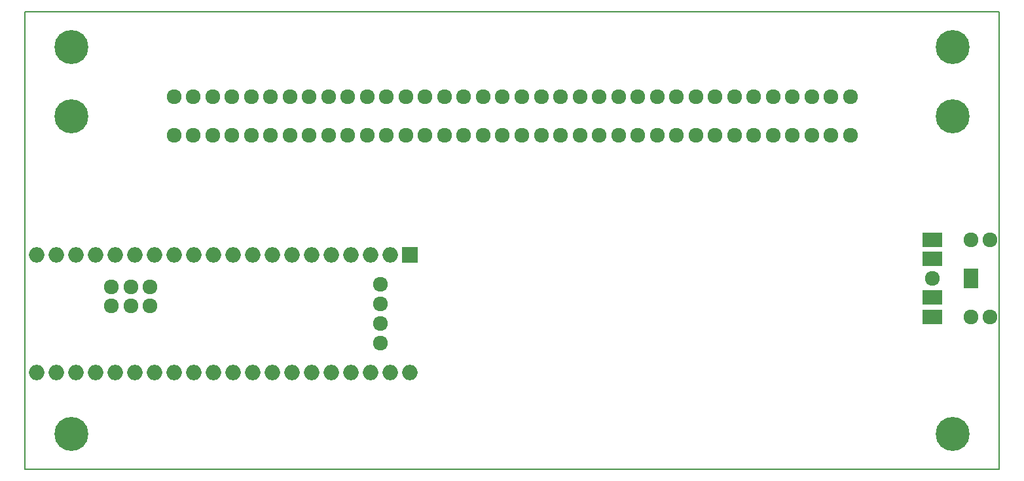
<source format=gbr>
G04 #@! TF.FileFunction,Soldermask,Bot*
%FSLAX46Y46*%
G04 Gerber Fmt 4.6, Leading zero omitted, Abs format (unit mm)*
G04 Created by KiCad (PCBNEW 4.0.4-stable) date 12/28/18 13:00:29*
%MOMM*%
%LPD*%
G01*
G04 APERTURE LIST*
%ADD10C,0.100000*%
%ADD11C,0.150000*%
%ADD12C,4.400000*%
%ADD13C,1.924000*%
%ADD14R,2.000000X2.000000*%
%ADD15O,2.000000X2.000000*%
%ADD16R,1.900000X2.600000*%
%ADD17R,2.600000X1.900000*%
G04 APERTURE END LIST*
D10*
D11*
X211500000Y-150700000D02*
X211500000Y-91500000D01*
X85500000Y-150700000D02*
X85500000Y-91500000D01*
X85500000Y-91500000D02*
X211500000Y-91500000D01*
X85500000Y-150700000D02*
X211500000Y-150700000D01*
D12*
X91501100Y-105003600D03*
D13*
X192251100Y-107503600D03*
X189751100Y-107503600D03*
X187251100Y-107503600D03*
X184751100Y-107503600D03*
X182251100Y-107503600D03*
X179751100Y-107503600D03*
X177251100Y-107503600D03*
X174751100Y-107503600D03*
X172251100Y-107503600D03*
X169751100Y-107503600D03*
X167251100Y-107503600D03*
X164751100Y-107503600D03*
X162251100Y-107503600D03*
X159751100Y-107503600D03*
X157251100Y-107503600D03*
X154751100Y-107503600D03*
X152251100Y-107503600D03*
X149751100Y-107503600D03*
X147251100Y-107503600D03*
X144751100Y-107503600D03*
X142251100Y-107503600D03*
X139751100Y-107503600D03*
X137251100Y-107503600D03*
X134751100Y-107503600D03*
X132251100Y-107503600D03*
X129751100Y-107503600D03*
X127251100Y-107503600D03*
X124751100Y-107503600D03*
X122251100Y-107503600D03*
X119751100Y-107503600D03*
X117251100Y-107503600D03*
X114751100Y-107503600D03*
X112251100Y-107503600D03*
X109751100Y-107503600D03*
X107251100Y-107503600D03*
X104751100Y-107503600D03*
X192251100Y-102503600D03*
X189751100Y-102503600D03*
X187251100Y-102503600D03*
X184751100Y-102503600D03*
X182251100Y-102503600D03*
X179751100Y-102503600D03*
X177251100Y-102503600D03*
X174751100Y-102503600D03*
X172251100Y-102503600D03*
X169751100Y-102503600D03*
X167251100Y-102503600D03*
X164751100Y-102503600D03*
X162251100Y-102503600D03*
X159751100Y-102503600D03*
X157251100Y-102503600D03*
X154751100Y-102503600D03*
X152251100Y-102503600D03*
X149751100Y-102503600D03*
X147251100Y-102503600D03*
X144751100Y-102503600D03*
X142251100Y-102503600D03*
X139751100Y-102503600D03*
X137251100Y-102503600D03*
X134751100Y-102503600D03*
X132251100Y-102503600D03*
X129751100Y-102503600D03*
X127251100Y-102503600D03*
X124751100Y-102503600D03*
X122251100Y-102503600D03*
X119751100Y-102503600D03*
X117251100Y-102503600D03*
X114751100Y-102503600D03*
X112251100Y-102503600D03*
X109751100Y-102503600D03*
X107251100Y-102503600D03*
X104751100Y-102503600D03*
D12*
X205501100Y-105003600D03*
X205500000Y-96000000D03*
X91500000Y-96000000D03*
D13*
X96700000Y-127100000D03*
X99200000Y-127100000D03*
X101700000Y-127100000D03*
D14*
X135300000Y-123000000D03*
D15*
X87040000Y-138240000D03*
X132760000Y-123000000D03*
X89580000Y-138240000D03*
X130220000Y-123000000D03*
X92120000Y-138240000D03*
X127680000Y-123000000D03*
X94660000Y-138240000D03*
X125140000Y-123000000D03*
X97200000Y-138240000D03*
X122600000Y-123000000D03*
X99740000Y-138240000D03*
X120060000Y-123000000D03*
X102280000Y-138240000D03*
X117520000Y-123000000D03*
X104820000Y-138240000D03*
X114980000Y-123000000D03*
X107360000Y-138240000D03*
X112440000Y-123000000D03*
X109900000Y-138240000D03*
X109900000Y-123000000D03*
X112440000Y-138240000D03*
X107360000Y-123000000D03*
X114980000Y-138240000D03*
X104820000Y-123000000D03*
X117520000Y-138240000D03*
X102280000Y-123000000D03*
X120060000Y-138240000D03*
X99740000Y-123000000D03*
X122600000Y-138240000D03*
X97200000Y-123000000D03*
X125140000Y-138240000D03*
X94660000Y-123000000D03*
X127680000Y-138240000D03*
X92120000Y-123000000D03*
X130220000Y-138240000D03*
X89580000Y-123000000D03*
X132760000Y-138240000D03*
X87040000Y-123000000D03*
X135300000Y-138240000D03*
D13*
X131490000Y-134430000D03*
X131490000Y-131890000D03*
X131490000Y-129350000D03*
X131490000Y-126810000D03*
X101700000Y-129600000D03*
X99200000Y-129600000D03*
X96700000Y-129600000D03*
D12*
X205500000Y-146200000D03*
D13*
X202800000Y-126000000D03*
X207800000Y-121000000D03*
X207800000Y-131000000D03*
X210300000Y-121000000D03*
X210300000Y-131000000D03*
D16*
X207800000Y-126000000D03*
D17*
X202800000Y-123500000D03*
X202800000Y-128500000D03*
X202800000Y-131000000D03*
X202800000Y-121000000D03*
D12*
X91500000Y-146200000D03*
M02*

</source>
